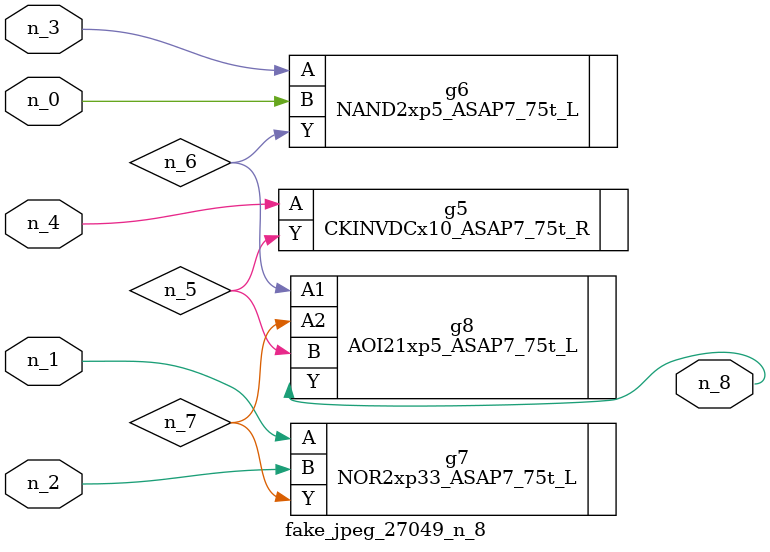
<source format=v>
module fake_jpeg_27049_n_8 (n_3, n_2, n_1, n_0, n_4, n_8);

input n_3;
input n_2;
input n_1;
input n_0;
input n_4;

output n_8;

wire n_6;
wire n_5;
wire n_7;

CKINVDCx10_ASAP7_75t_R g5 ( 
.A(n_4),
.Y(n_5)
);

NAND2xp5_ASAP7_75t_L g6 ( 
.A(n_3),
.B(n_0),
.Y(n_6)
);

NOR2xp33_ASAP7_75t_L g7 ( 
.A(n_1),
.B(n_2),
.Y(n_7)
);

AOI21xp5_ASAP7_75t_L g8 ( 
.A1(n_6),
.A2(n_7),
.B(n_5),
.Y(n_8)
);


endmodule
</source>
